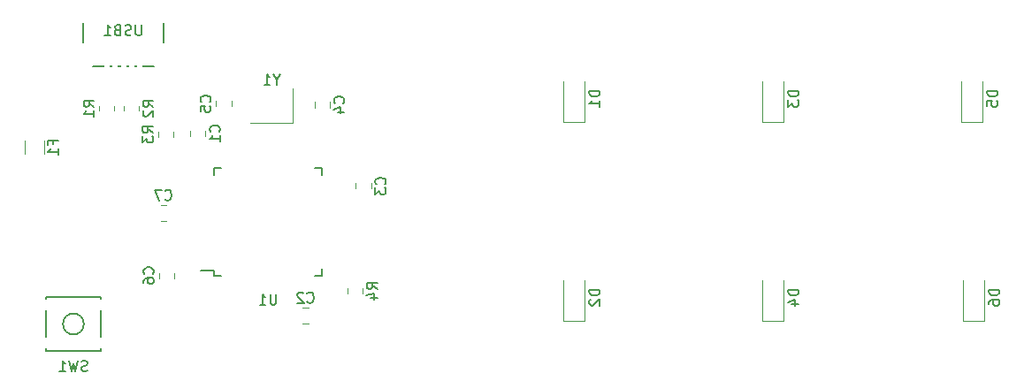
<source format=gbo>
G04 #@! TF.GenerationSoftware,KiCad,Pcbnew,(5.1.9)-1*
G04 #@! TF.CreationDate,2021-02-11T09:23:31-08:00*
G04 #@! TF.ProjectId,TestOne,54657374-4f6e-4652-9e6b-696361645f70,rev?*
G04 #@! TF.SameCoordinates,Original*
G04 #@! TF.FileFunction,Legend,Bot*
G04 #@! TF.FilePolarity,Positive*
%FSLAX46Y46*%
G04 Gerber Fmt 4.6, Leading zero omitted, Abs format (unit mm)*
G04 Created by KiCad (PCBNEW (5.1.9)-1) date 2021-02-11 09:23:31*
%MOMM*%
%LPD*%
G01*
G04 APERTURE LIST*
%ADD10C,0.120000*%
%ADD11C,0.150000*%
%ADD12R,1.400000X1.200000*%
%ADD13O,1.700000X2.700000*%
%ADD14R,0.500000X2.250000*%
%ADD15R,0.550000X1.500000*%
%ADD16R,1.500000X0.550000*%
%ADD17R,1.800000X1.100000*%
%ADD18C,1.750000*%
%ADD19R,1.905000X1.905000*%
%ADD20C,1.905000*%
%ADD21C,2.250000*%
%ADD22C,3.987800*%
%ADD23R,1.200000X0.900000*%
G04 APERTURE END LIST*
D10*
G04 #@! TO.C,Y1*
X168598600Y-39445200D02*
X164598600Y-39445200D01*
X168598600Y-36145200D02*
X168598600Y-39445200D01*
D11*
G04 #@! TO.C,USB1*
X148575400Y-28600400D02*
X148575400Y-34050400D01*
X156275400Y-28600400D02*
X156275400Y-34050400D01*
X148575400Y-34050400D02*
X156275400Y-34050400D01*
G04 #@! TO.C,U1*
X161112450Y-53577550D02*
X159837450Y-53577550D01*
X171462450Y-54152550D02*
X170787450Y-54152550D01*
X171462450Y-43802550D02*
X170787450Y-43802550D01*
X161112450Y-43802550D02*
X161787450Y-43802550D01*
X161112450Y-54152550D02*
X161787450Y-54152550D01*
X161112450Y-43802550D02*
X161112450Y-44477550D01*
X171462450Y-43802550D02*
X171462450Y-44477550D01*
X171462450Y-54152550D02*
X171462450Y-53477550D01*
X161112450Y-54152550D02*
X161112450Y-53577550D01*
G04 #@! TO.C,SW1*
X150237500Y-56137500D02*
X145037500Y-56137500D01*
X145037500Y-56137500D02*
X145037500Y-61337500D01*
X145037500Y-61337500D02*
X150237500Y-61337500D01*
X150237500Y-61337500D02*
X150237500Y-56137500D01*
X148637500Y-58737500D02*
G75*
G03*
X148637500Y-58737500I-1000000J0D01*
G01*
D10*
G04 #@! TO.C,R4*
X173890000Y-55789564D02*
X173890000Y-55335436D01*
X175360000Y-55789564D02*
X175360000Y-55335436D01*
G04 #@! TO.C,R3*
X157199000Y-40362136D02*
X157199000Y-40816264D01*
X155729000Y-40362136D02*
X155729000Y-40816264D01*
G04 #@! TO.C,R2*
X152458750Y-38327064D02*
X152458750Y-37872936D01*
X153928750Y-38327064D02*
X153928750Y-37872936D01*
G04 #@! TO.C,R1*
X151547500Y-37872936D02*
X151547500Y-38327064D01*
X150077500Y-37872936D02*
X150077500Y-38327064D01*
G04 #@! TO.C,F1*
X143006400Y-42410464D02*
X143006400Y-41206336D01*
X144826400Y-42410464D02*
X144826400Y-41206336D01*
G04 #@! TO.C,D6*
X234838750Y-58434800D02*
X234838750Y-54534800D01*
X232838750Y-58434800D02*
X232838750Y-54534800D01*
X234838750Y-58434800D02*
X232838750Y-58434800D01*
G04 #@! TO.C,D5*
X234680000Y-39384800D02*
X234680000Y-35484800D01*
X232680000Y-39384800D02*
X232680000Y-35484800D01*
X234680000Y-39384800D02*
X232680000Y-39384800D01*
G04 #@! TO.C,D4*
X215630000Y-58434800D02*
X215630000Y-54534800D01*
X213630000Y-58434800D02*
X213630000Y-54534800D01*
X215630000Y-58434800D02*
X213630000Y-58434800D01*
G04 #@! TO.C,D3*
X215630000Y-39384800D02*
X215630000Y-35484800D01*
X213630000Y-39384800D02*
X213630000Y-35484800D01*
X215630000Y-39384800D02*
X213630000Y-39384800D01*
G04 #@! TO.C,D2*
X196580000Y-58434800D02*
X196580000Y-54534800D01*
X194580000Y-58434800D02*
X194580000Y-54534800D01*
X196580000Y-58434800D02*
X194580000Y-58434800D01*
G04 #@! TO.C,D1*
X196580000Y-39384800D02*
X196580000Y-35484800D01*
X194580000Y-39384800D02*
X194580000Y-35484800D01*
X196580000Y-39384800D02*
X194580000Y-39384800D01*
G04 #@! TO.C,C7*
X156509352Y-48855300D02*
X155986848Y-48855300D01*
X156509352Y-47385300D02*
X155986848Y-47385300D01*
G04 #@! TO.C,C6*
X157300600Y-53840748D02*
X157300600Y-54363252D01*
X155830600Y-53840748D02*
X155830600Y-54363252D01*
G04 #@! TO.C,C5*
X162761600Y-37381548D02*
X162761600Y-37904052D01*
X161291600Y-37381548D02*
X161291600Y-37904052D01*
G04 #@! TO.C,C4*
X170715000Y-38005652D02*
X170715000Y-37483148D01*
X172185000Y-38005652D02*
X172185000Y-37483148D01*
G04 #@! TO.C,C3*
X174683750Y-45784402D02*
X174683750Y-45261898D01*
X176153750Y-45784402D02*
X176153750Y-45261898D01*
G04 #@! TO.C,C2*
X170123752Y-58678750D02*
X169601248Y-58678750D01*
X170123752Y-57208750D02*
X169601248Y-57208750D01*
G04 #@! TO.C,C1*
X158808750Y-40742502D02*
X158808750Y-40219998D01*
X160278750Y-40742502D02*
X160278750Y-40219998D01*
G04 #@! TO.C,Y1*
D11*
X167074790Y-35321390D02*
X167074790Y-35797580D01*
X167408123Y-34797580D02*
X167074790Y-35321390D01*
X166741457Y-34797580D01*
X165884314Y-35797580D02*
X166455742Y-35797580D01*
X166170028Y-35797580D02*
X166170028Y-34797580D01*
X166265266Y-34940438D01*
X166360504Y-35035676D01*
X166455742Y-35083295D01*
G04 #@! TO.C,USB1*
X154163495Y-30084780D02*
X154163495Y-30894304D01*
X154115876Y-30989542D01*
X154068257Y-31037161D01*
X153973019Y-31084780D01*
X153782542Y-31084780D01*
X153687304Y-31037161D01*
X153639685Y-30989542D01*
X153592066Y-30894304D01*
X153592066Y-30084780D01*
X153163495Y-31037161D02*
X153020638Y-31084780D01*
X152782542Y-31084780D01*
X152687304Y-31037161D01*
X152639685Y-30989542D01*
X152592066Y-30894304D01*
X152592066Y-30799066D01*
X152639685Y-30703828D01*
X152687304Y-30656209D01*
X152782542Y-30608590D01*
X152973019Y-30560971D01*
X153068257Y-30513352D01*
X153115876Y-30465733D01*
X153163495Y-30370495D01*
X153163495Y-30275257D01*
X153115876Y-30180019D01*
X153068257Y-30132400D01*
X152973019Y-30084780D01*
X152734923Y-30084780D01*
X152592066Y-30132400D01*
X151830161Y-30560971D02*
X151687304Y-30608590D01*
X151639685Y-30656209D01*
X151592066Y-30751447D01*
X151592066Y-30894304D01*
X151639685Y-30989542D01*
X151687304Y-31037161D01*
X151782542Y-31084780D01*
X152163495Y-31084780D01*
X152163495Y-30084780D01*
X151830161Y-30084780D01*
X151734923Y-30132400D01*
X151687304Y-30180019D01*
X151639685Y-30275257D01*
X151639685Y-30370495D01*
X151687304Y-30465733D01*
X151734923Y-30513352D01*
X151830161Y-30560971D01*
X152163495Y-30560971D01*
X150639685Y-31084780D02*
X151211114Y-31084780D01*
X150925400Y-31084780D02*
X150925400Y-30084780D01*
X151020638Y-30227638D01*
X151115876Y-30322876D01*
X151211114Y-30370495D01*
G04 #@! TO.C,U1*
X167049354Y-55879930D02*
X167049354Y-56689454D01*
X167001735Y-56784692D01*
X166954116Y-56832311D01*
X166858878Y-56879930D01*
X166668402Y-56879930D01*
X166573164Y-56832311D01*
X166525545Y-56784692D01*
X166477926Y-56689454D01*
X166477926Y-55879930D01*
X165477926Y-56879930D02*
X166049354Y-56879930D01*
X165763640Y-56879930D02*
X165763640Y-55879930D01*
X165858878Y-56022788D01*
X165954116Y-56118026D01*
X166049354Y-56165645D01*
G04 #@! TO.C,SW1*
X148970833Y-63206261D02*
X148827976Y-63253880D01*
X148589880Y-63253880D01*
X148494642Y-63206261D01*
X148447023Y-63158642D01*
X148399404Y-63063404D01*
X148399404Y-62968166D01*
X148447023Y-62872928D01*
X148494642Y-62825309D01*
X148589880Y-62777690D01*
X148780357Y-62730071D01*
X148875595Y-62682452D01*
X148923214Y-62634833D01*
X148970833Y-62539595D01*
X148970833Y-62444357D01*
X148923214Y-62349119D01*
X148875595Y-62301500D01*
X148780357Y-62253880D01*
X148542261Y-62253880D01*
X148399404Y-62301500D01*
X148066071Y-62253880D02*
X147827976Y-63253880D01*
X147637500Y-62539595D01*
X147447023Y-63253880D01*
X147208928Y-62253880D01*
X146304166Y-63253880D02*
X146875595Y-63253880D01*
X146589880Y-63253880D02*
X146589880Y-62253880D01*
X146685119Y-62396738D01*
X146780357Y-62491976D01*
X146875595Y-62539595D01*
G04 #@! TO.C,R4*
X176727380Y-55395833D02*
X176251190Y-55062500D01*
X176727380Y-54824404D02*
X175727380Y-54824404D01*
X175727380Y-55205357D01*
X175775000Y-55300595D01*
X175822619Y-55348214D01*
X175917857Y-55395833D01*
X176060714Y-55395833D01*
X176155952Y-55348214D01*
X176203571Y-55300595D01*
X176251190Y-55205357D01*
X176251190Y-54824404D01*
X176060714Y-56252976D02*
X176727380Y-56252976D01*
X175679761Y-56014880D02*
X176394047Y-55776785D01*
X176394047Y-56395833D01*
G04 #@! TO.C,R3*
X155266380Y-40422533D02*
X154790190Y-40089200D01*
X155266380Y-39851104D02*
X154266380Y-39851104D01*
X154266380Y-40232057D01*
X154314000Y-40327295D01*
X154361619Y-40374914D01*
X154456857Y-40422533D01*
X154599714Y-40422533D01*
X154694952Y-40374914D01*
X154742571Y-40327295D01*
X154790190Y-40232057D01*
X154790190Y-39851104D01*
X154266380Y-40755866D02*
X154266380Y-41374914D01*
X154647333Y-41041580D01*
X154647333Y-41184438D01*
X154694952Y-41279676D01*
X154742571Y-41327295D01*
X154837809Y-41374914D01*
X155075904Y-41374914D01*
X155171142Y-41327295D01*
X155218761Y-41279676D01*
X155266380Y-41184438D01*
X155266380Y-40898723D01*
X155218761Y-40803485D01*
X155171142Y-40755866D01*
G04 #@! TO.C,R2*
X155296130Y-37933333D02*
X154819940Y-37600000D01*
X155296130Y-37361904D02*
X154296130Y-37361904D01*
X154296130Y-37742857D01*
X154343750Y-37838095D01*
X154391369Y-37885714D01*
X154486607Y-37933333D01*
X154629464Y-37933333D01*
X154724702Y-37885714D01*
X154772321Y-37838095D01*
X154819940Y-37742857D01*
X154819940Y-37361904D01*
X154391369Y-38314285D02*
X154343750Y-38361904D01*
X154296130Y-38457142D01*
X154296130Y-38695238D01*
X154343750Y-38790476D01*
X154391369Y-38838095D01*
X154486607Y-38885714D01*
X154581845Y-38885714D01*
X154724702Y-38838095D01*
X155296130Y-38266666D01*
X155296130Y-38885714D01*
G04 #@! TO.C,R1*
X149614880Y-37933333D02*
X149138690Y-37600000D01*
X149614880Y-37361904D02*
X148614880Y-37361904D01*
X148614880Y-37742857D01*
X148662500Y-37838095D01*
X148710119Y-37885714D01*
X148805357Y-37933333D01*
X148948214Y-37933333D01*
X149043452Y-37885714D01*
X149091071Y-37838095D01*
X149138690Y-37742857D01*
X149138690Y-37361904D01*
X149614880Y-38885714D02*
X149614880Y-38314285D01*
X149614880Y-38600000D02*
X148614880Y-38600000D01*
X148757738Y-38504761D01*
X148852976Y-38409523D01*
X148900595Y-38314285D01*
G04 #@! TO.C,F1*
X145664971Y-41475066D02*
X145664971Y-41141733D01*
X146188780Y-41141733D02*
X145188780Y-41141733D01*
X145188780Y-41617923D01*
X146188780Y-42522685D02*
X146188780Y-41951257D01*
X146188780Y-42236971D02*
X145188780Y-42236971D01*
X145331638Y-42141733D01*
X145426876Y-42046495D01*
X145474495Y-41951257D01*
G04 #@! TO.C,D6*
X236291130Y-55446704D02*
X235291130Y-55446704D01*
X235291130Y-55684800D01*
X235338750Y-55827657D01*
X235433988Y-55922895D01*
X235529226Y-55970514D01*
X235719702Y-56018133D01*
X235862559Y-56018133D01*
X236053035Y-55970514D01*
X236148273Y-55922895D01*
X236243511Y-55827657D01*
X236291130Y-55684800D01*
X236291130Y-55446704D01*
X235291130Y-56875276D02*
X235291130Y-56684800D01*
X235338750Y-56589561D01*
X235386369Y-56541942D01*
X235529226Y-56446704D01*
X235719702Y-56399085D01*
X236100654Y-56399085D01*
X236195892Y-56446704D01*
X236243511Y-56494323D01*
X236291130Y-56589561D01*
X236291130Y-56780038D01*
X236243511Y-56875276D01*
X236195892Y-56922895D01*
X236100654Y-56970514D01*
X235862559Y-56970514D01*
X235767321Y-56922895D01*
X235719702Y-56875276D01*
X235672083Y-56780038D01*
X235672083Y-56589561D01*
X235719702Y-56494323D01*
X235767321Y-56446704D01*
X235862559Y-56399085D01*
G04 #@! TO.C,D5*
X236132380Y-36396704D02*
X235132380Y-36396704D01*
X235132380Y-36634800D01*
X235180000Y-36777657D01*
X235275238Y-36872895D01*
X235370476Y-36920514D01*
X235560952Y-36968133D01*
X235703809Y-36968133D01*
X235894285Y-36920514D01*
X235989523Y-36872895D01*
X236084761Y-36777657D01*
X236132380Y-36634800D01*
X236132380Y-36396704D01*
X235132380Y-37872895D02*
X235132380Y-37396704D01*
X235608571Y-37349085D01*
X235560952Y-37396704D01*
X235513333Y-37491942D01*
X235513333Y-37730038D01*
X235560952Y-37825276D01*
X235608571Y-37872895D01*
X235703809Y-37920514D01*
X235941904Y-37920514D01*
X236037142Y-37872895D01*
X236084761Y-37825276D01*
X236132380Y-37730038D01*
X236132380Y-37491942D01*
X236084761Y-37396704D01*
X236037142Y-37349085D01*
G04 #@! TO.C,D4*
X217082380Y-55446704D02*
X216082380Y-55446704D01*
X216082380Y-55684800D01*
X216130000Y-55827657D01*
X216225238Y-55922895D01*
X216320476Y-55970514D01*
X216510952Y-56018133D01*
X216653809Y-56018133D01*
X216844285Y-55970514D01*
X216939523Y-55922895D01*
X217034761Y-55827657D01*
X217082380Y-55684800D01*
X217082380Y-55446704D01*
X216415714Y-56875276D02*
X217082380Y-56875276D01*
X216034761Y-56637180D02*
X216749047Y-56399085D01*
X216749047Y-57018133D01*
G04 #@! TO.C,D3*
X217082380Y-36396704D02*
X216082380Y-36396704D01*
X216082380Y-36634800D01*
X216130000Y-36777657D01*
X216225238Y-36872895D01*
X216320476Y-36920514D01*
X216510952Y-36968133D01*
X216653809Y-36968133D01*
X216844285Y-36920514D01*
X216939523Y-36872895D01*
X217034761Y-36777657D01*
X217082380Y-36634800D01*
X217082380Y-36396704D01*
X216082380Y-37301466D02*
X216082380Y-37920514D01*
X216463333Y-37587180D01*
X216463333Y-37730038D01*
X216510952Y-37825276D01*
X216558571Y-37872895D01*
X216653809Y-37920514D01*
X216891904Y-37920514D01*
X216987142Y-37872895D01*
X217034761Y-37825276D01*
X217082380Y-37730038D01*
X217082380Y-37444323D01*
X217034761Y-37349085D01*
X216987142Y-37301466D01*
G04 #@! TO.C,D2*
X198032380Y-55446704D02*
X197032380Y-55446704D01*
X197032380Y-55684800D01*
X197080000Y-55827657D01*
X197175238Y-55922895D01*
X197270476Y-55970514D01*
X197460952Y-56018133D01*
X197603809Y-56018133D01*
X197794285Y-55970514D01*
X197889523Y-55922895D01*
X197984761Y-55827657D01*
X198032380Y-55684800D01*
X198032380Y-55446704D01*
X197127619Y-56399085D02*
X197080000Y-56446704D01*
X197032380Y-56541942D01*
X197032380Y-56780038D01*
X197080000Y-56875276D01*
X197127619Y-56922895D01*
X197222857Y-56970514D01*
X197318095Y-56970514D01*
X197460952Y-56922895D01*
X198032380Y-56351466D01*
X198032380Y-56970514D01*
G04 #@! TO.C,D1*
X198032380Y-36396704D02*
X197032380Y-36396704D01*
X197032380Y-36634800D01*
X197080000Y-36777657D01*
X197175238Y-36872895D01*
X197270476Y-36920514D01*
X197460952Y-36968133D01*
X197603809Y-36968133D01*
X197794285Y-36920514D01*
X197889523Y-36872895D01*
X197984761Y-36777657D01*
X198032380Y-36634800D01*
X198032380Y-36396704D01*
X198032380Y-37920514D02*
X198032380Y-37349085D01*
X198032380Y-37634800D02*
X197032380Y-37634800D01*
X197175238Y-37539561D01*
X197270476Y-37444323D01*
X197318095Y-37349085D01*
G04 #@! TO.C,C7*
X156414766Y-46797442D02*
X156462385Y-46845061D01*
X156605242Y-46892680D01*
X156700480Y-46892680D01*
X156843338Y-46845061D01*
X156938576Y-46749823D01*
X156986195Y-46654585D01*
X157033814Y-46464109D01*
X157033814Y-46321252D01*
X156986195Y-46130776D01*
X156938576Y-46035538D01*
X156843338Y-45940300D01*
X156700480Y-45892680D01*
X156605242Y-45892680D01*
X156462385Y-45940300D01*
X156414766Y-45987919D01*
X156081433Y-45892680D02*
X155414766Y-45892680D01*
X155843338Y-46892680D01*
G04 #@! TO.C,C6*
X155242742Y-53935333D02*
X155290361Y-53887714D01*
X155337980Y-53744857D01*
X155337980Y-53649619D01*
X155290361Y-53506761D01*
X155195123Y-53411523D01*
X155099885Y-53363904D01*
X154909409Y-53316285D01*
X154766552Y-53316285D01*
X154576076Y-53363904D01*
X154480838Y-53411523D01*
X154385600Y-53506761D01*
X154337980Y-53649619D01*
X154337980Y-53744857D01*
X154385600Y-53887714D01*
X154433219Y-53935333D01*
X154337980Y-54792476D02*
X154337980Y-54602000D01*
X154385600Y-54506761D01*
X154433219Y-54459142D01*
X154576076Y-54363904D01*
X154766552Y-54316285D01*
X155147504Y-54316285D01*
X155242742Y-54363904D01*
X155290361Y-54411523D01*
X155337980Y-54506761D01*
X155337980Y-54697238D01*
X155290361Y-54792476D01*
X155242742Y-54840095D01*
X155147504Y-54887714D01*
X154909409Y-54887714D01*
X154814171Y-54840095D01*
X154766552Y-54792476D01*
X154718933Y-54697238D01*
X154718933Y-54506761D01*
X154766552Y-54411523D01*
X154814171Y-54363904D01*
X154909409Y-54316285D01*
G04 #@! TO.C,C5*
X160703742Y-37476133D02*
X160751361Y-37428514D01*
X160798980Y-37285657D01*
X160798980Y-37190419D01*
X160751361Y-37047561D01*
X160656123Y-36952323D01*
X160560885Y-36904704D01*
X160370409Y-36857085D01*
X160227552Y-36857085D01*
X160037076Y-36904704D01*
X159941838Y-36952323D01*
X159846600Y-37047561D01*
X159798980Y-37190419D01*
X159798980Y-37285657D01*
X159846600Y-37428514D01*
X159894219Y-37476133D01*
X159798980Y-38380895D02*
X159798980Y-37904704D01*
X160275171Y-37857085D01*
X160227552Y-37904704D01*
X160179933Y-37999942D01*
X160179933Y-38238038D01*
X160227552Y-38333276D01*
X160275171Y-38380895D01*
X160370409Y-38428514D01*
X160608504Y-38428514D01*
X160703742Y-38380895D01*
X160751361Y-38333276D01*
X160798980Y-38238038D01*
X160798980Y-37999942D01*
X160751361Y-37904704D01*
X160703742Y-37857085D01*
G04 #@! TO.C,C4*
X173487142Y-37577733D02*
X173534761Y-37530114D01*
X173582380Y-37387257D01*
X173582380Y-37292019D01*
X173534761Y-37149161D01*
X173439523Y-37053923D01*
X173344285Y-37006304D01*
X173153809Y-36958685D01*
X173010952Y-36958685D01*
X172820476Y-37006304D01*
X172725238Y-37053923D01*
X172630000Y-37149161D01*
X172582380Y-37292019D01*
X172582380Y-37387257D01*
X172630000Y-37530114D01*
X172677619Y-37577733D01*
X172915714Y-38434876D02*
X173582380Y-38434876D01*
X172534761Y-38196780D02*
X173249047Y-37958685D01*
X173249047Y-38577733D01*
G04 #@! TO.C,C3*
X177455892Y-45356483D02*
X177503511Y-45308864D01*
X177551130Y-45166007D01*
X177551130Y-45070769D01*
X177503511Y-44927911D01*
X177408273Y-44832673D01*
X177313035Y-44785054D01*
X177122559Y-44737435D01*
X176979702Y-44737435D01*
X176789226Y-44785054D01*
X176693988Y-44832673D01*
X176598750Y-44927911D01*
X176551130Y-45070769D01*
X176551130Y-45166007D01*
X176598750Y-45308864D01*
X176646369Y-45356483D01*
X176551130Y-45689816D02*
X176551130Y-46308864D01*
X176932083Y-45975530D01*
X176932083Y-46118388D01*
X176979702Y-46213626D01*
X177027321Y-46261245D01*
X177122559Y-46308864D01*
X177360654Y-46308864D01*
X177455892Y-46261245D01*
X177503511Y-46213626D01*
X177551130Y-46118388D01*
X177551130Y-45832673D01*
X177503511Y-45737435D01*
X177455892Y-45689816D01*
G04 #@! TO.C,C2*
X170029166Y-56620892D02*
X170076785Y-56668511D01*
X170219642Y-56716130D01*
X170314880Y-56716130D01*
X170457738Y-56668511D01*
X170552976Y-56573273D01*
X170600595Y-56478035D01*
X170648214Y-56287559D01*
X170648214Y-56144702D01*
X170600595Y-55954226D01*
X170552976Y-55858988D01*
X170457738Y-55763750D01*
X170314880Y-55716130D01*
X170219642Y-55716130D01*
X170076785Y-55763750D01*
X170029166Y-55811369D01*
X169648214Y-55811369D02*
X169600595Y-55763750D01*
X169505357Y-55716130D01*
X169267261Y-55716130D01*
X169172023Y-55763750D01*
X169124404Y-55811369D01*
X169076785Y-55906607D01*
X169076785Y-56001845D01*
X169124404Y-56144702D01*
X169695833Y-56716130D01*
X169076785Y-56716130D01*
G04 #@! TO.C,C1*
X161580892Y-40314583D02*
X161628511Y-40266964D01*
X161676130Y-40124107D01*
X161676130Y-40028869D01*
X161628511Y-39886011D01*
X161533273Y-39790773D01*
X161438035Y-39743154D01*
X161247559Y-39695535D01*
X161104702Y-39695535D01*
X160914226Y-39743154D01*
X160818988Y-39790773D01*
X160723750Y-39886011D01*
X160676130Y-40028869D01*
X160676130Y-40124107D01*
X160723750Y-40266964D01*
X160771369Y-40314583D01*
X161676130Y-41266964D02*
X161676130Y-40695535D01*
X161676130Y-40981250D02*
X160676130Y-40981250D01*
X160818988Y-40886011D01*
X160914226Y-40790773D01*
X160961845Y-40695535D01*
G04 #@! TD*
%LPC*%
D12*
G04 #@! TO.C,Y1*
X167698600Y-36945200D03*
X165498600Y-36945200D03*
X165498600Y-38645200D03*
X167698600Y-38645200D03*
G04 #@! TD*
D13*
G04 #@! TO.C,USB1*
X148775400Y-28600400D03*
X156075400Y-28600400D03*
X156075400Y-33100400D03*
X148775400Y-33100400D03*
D14*
X150825400Y-33100400D03*
X151625400Y-33100400D03*
X152425400Y-33100400D03*
X153225400Y-33100400D03*
X154025400Y-33100400D03*
G04 #@! TD*
D15*
G04 #@! TO.C,U1*
X162287450Y-54677550D03*
X163087450Y-54677550D03*
X163887450Y-54677550D03*
X164687450Y-54677550D03*
X165487450Y-54677550D03*
X166287450Y-54677550D03*
X167087450Y-54677550D03*
X167887450Y-54677550D03*
X168687450Y-54677550D03*
X169487450Y-54677550D03*
X170287450Y-54677550D03*
D16*
X171987450Y-52977550D03*
X171987450Y-52177550D03*
X171987450Y-51377550D03*
X171987450Y-50577550D03*
X171987450Y-49777550D03*
X171987450Y-48977550D03*
X171987450Y-48177550D03*
X171987450Y-47377550D03*
X171987450Y-46577550D03*
X171987450Y-45777550D03*
X171987450Y-44977550D03*
D15*
X170287450Y-43277550D03*
X169487450Y-43277550D03*
X168687450Y-43277550D03*
X167887450Y-43277550D03*
X167087450Y-43277550D03*
X166287450Y-43277550D03*
X165487450Y-43277550D03*
X164687450Y-43277550D03*
X163887450Y-43277550D03*
X163087450Y-43277550D03*
X162287450Y-43277550D03*
D16*
X160587450Y-44977550D03*
X160587450Y-45777550D03*
X160587450Y-46577550D03*
X160587450Y-47377550D03*
X160587450Y-48177550D03*
X160587450Y-48977550D03*
X160587450Y-49777550D03*
X160587450Y-50577550D03*
X160587450Y-51377550D03*
X160587450Y-52177550D03*
X160587450Y-52977550D03*
G04 #@! TD*
D17*
G04 #@! TO.C,SW1*
X150737500Y-60587500D03*
X144537500Y-56887500D03*
X150737500Y-56887500D03*
X144537500Y-60587500D03*
G04 #@! TD*
G04 #@! TO.C,R4*
G36*
G01*
X175075001Y-55162500D02*
X174174999Y-55162500D01*
G75*
G02*
X173925000Y-54912501I0J249999D01*
G01*
X173925000Y-54387499D01*
G75*
G02*
X174174999Y-54137500I249999J0D01*
G01*
X175075001Y-54137500D01*
G75*
G02*
X175325000Y-54387499I0J-249999D01*
G01*
X175325000Y-54912501D01*
G75*
G02*
X175075001Y-55162500I-249999J0D01*
G01*
G37*
G36*
G01*
X175075001Y-56987500D02*
X174174999Y-56987500D01*
G75*
G02*
X173925000Y-56737501I0J249999D01*
G01*
X173925000Y-56212499D01*
G75*
G02*
X174174999Y-55962500I249999J0D01*
G01*
X175075001Y-55962500D01*
G75*
G02*
X175325000Y-56212499I0J-249999D01*
G01*
X175325000Y-56737501D01*
G75*
G02*
X175075001Y-56987500I-249999J0D01*
G01*
G37*
G04 #@! TD*
G04 #@! TO.C,R3*
G36*
G01*
X156013999Y-40989200D02*
X156914001Y-40989200D01*
G75*
G02*
X157164000Y-41239199I0J-249999D01*
G01*
X157164000Y-41764201D01*
G75*
G02*
X156914001Y-42014200I-249999J0D01*
G01*
X156013999Y-42014200D01*
G75*
G02*
X155764000Y-41764201I0J249999D01*
G01*
X155764000Y-41239199D01*
G75*
G02*
X156013999Y-40989200I249999J0D01*
G01*
G37*
G36*
G01*
X156013999Y-39164200D02*
X156914001Y-39164200D01*
G75*
G02*
X157164000Y-39414199I0J-249999D01*
G01*
X157164000Y-39939201D01*
G75*
G02*
X156914001Y-40189200I-249999J0D01*
G01*
X156013999Y-40189200D01*
G75*
G02*
X155764000Y-39939201I0J249999D01*
G01*
X155764000Y-39414199D01*
G75*
G02*
X156013999Y-39164200I249999J0D01*
G01*
G37*
G04 #@! TD*
G04 #@! TO.C,R2*
G36*
G01*
X153643751Y-37700000D02*
X152743749Y-37700000D01*
G75*
G02*
X152493750Y-37450001I0J249999D01*
G01*
X152493750Y-36924999D01*
G75*
G02*
X152743749Y-36675000I249999J0D01*
G01*
X153643751Y-36675000D01*
G75*
G02*
X153893750Y-36924999I0J-249999D01*
G01*
X153893750Y-37450001D01*
G75*
G02*
X153643751Y-37700000I-249999J0D01*
G01*
G37*
G36*
G01*
X153643751Y-39525000D02*
X152743749Y-39525000D01*
G75*
G02*
X152493750Y-39275001I0J249999D01*
G01*
X152493750Y-38749999D01*
G75*
G02*
X152743749Y-38500000I249999J0D01*
G01*
X153643751Y-38500000D01*
G75*
G02*
X153893750Y-38749999I0J-249999D01*
G01*
X153893750Y-39275001D01*
G75*
G02*
X153643751Y-39525000I-249999J0D01*
G01*
G37*
G04 #@! TD*
G04 #@! TO.C,R1*
G36*
G01*
X150362499Y-38500000D02*
X151262501Y-38500000D01*
G75*
G02*
X151512500Y-38749999I0J-249999D01*
G01*
X151512500Y-39275001D01*
G75*
G02*
X151262501Y-39525000I-249999J0D01*
G01*
X150362499Y-39525000D01*
G75*
G02*
X150112500Y-39275001I0J249999D01*
G01*
X150112500Y-38749999D01*
G75*
G02*
X150362499Y-38500000I249999J0D01*
G01*
G37*
G36*
G01*
X150362499Y-36675000D02*
X151262501Y-36675000D01*
G75*
G02*
X151512500Y-36924999I0J-249999D01*
G01*
X151512500Y-37450001D01*
G75*
G02*
X151262501Y-37700000I-249999J0D01*
G01*
X150362499Y-37700000D01*
G75*
G02*
X150112500Y-37450001I0J249999D01*
G01*
X150112500Y-36924999D01*
G75*
G02*
X150362499Y-36675000I249999J0D01*
G01*
G37*
G04 #@! TD*
D18*
G04 #@! TO.C,MX6*
X230505000Y-55549800D03*
X220345000Y-55549800D03*
D19*
X226695000Y-60629800D03*
D20*
X224155000Y-60629800D03*
D21*
X222925000Y-51549800D03*
D22*
X225425000Y-55549800D03*
G36*
G01*
X220863688Y-53847150D02*
X220863683Y-53847145D01*
G75*
G02*
X220777655Y-52258483I751317J837345D01*
G01*
X222087657Y-50798483D01*
G75*
G02*
X223676319Y-50712455I837345J-751317D01*
G01*
X223676319Y-50712455D01*
G75*
G02*
X223762347Y-52301117I-751317J-837345D01*
G01*
X222452345Y-53761117D01*
G75*
G02*
X220863683Y-53847145I-837345J751317D01*
G01*
G37*
D21*
X227965000Y-50469800D03*
G36*
G01*
X227848483Y-52172195D02*
X227847597Y-52172134D01*
G75*
G02*
X226802666Y-50972397I77403J1122334D01*
G01*
X226842666Y-50392397D01*
G75*
G02*
X228042403Y-49347466I1122334J-77403D01*
G01*
X228042403Y-49347466D01*
G75*
G02*
X229087334Y-50547203I-77403J-1122334D01*
G01*
X229047334Y-51127203D01*
G75*
G02*
X227847597Y-52172134I-1122334J77403D01*
G01*
G37*
G04 #@! TD*
D18*
G04 #@! TO.C,MX5*
X230505000Y-36499800D03*
X220345000Y-36499800D03*
D19*
X226695000Y-41579800D03*
D20*
X224155000Y-41579800D03*
D21*
X222925000Y-32499800D03*
D22*
X225425000Y-36499800D03*
G36*
G01*
X220863688Y-34797150D02*
X220863683Y-34797145D01*
G75*
G02*
X220777655Y-33208483I751317J837345D01*
G01*
X222087657Y-31748483D01*
G75*
G02*
X223676319Y-31662455I837345J-751317D01*
G01*
X223676319Y-31662455D01*
G75*
G02*
X223762347Y-33251117I-751317J-837345D01*
G01*
X222452345Y-34711117D01*
G75*
G02*
X220863683Y-34797145I-837345J751317D01*
G01*
G37*
D21*
X227965000Y-31419800D03*
G36*
G01*
X227848483Y-33122195D02*
X227847597Y-33122134D01*
G75*
G02*
X226802666Y-31922397I77403J1122334D01*
G01*
X226842666Y-31342397D01*
G75*
G02*
X228042403Y-30297466I1122334J-77403D01*
G01*
X228042403Y-30297466D01*
G75*
G02*
X229087334Y-31497203I-77403J-1122334D01*
G01*
X229047334Y-32077203D01*
G75*
G02*
X227847597Y-33122134I-1122334J77403D01*
G01*
G37*
G04 #@! TD*
D18*
G04 #@! TO.C,MX4*
X211455000Y-55549800D03*
X201295000Y-55549800D03*
D19*
X207645000Y-60629800D03*
D20*
X205105000Y-60629800D03*
D21*
X203875000Y-51549800D03*
D22*
X206375000Y-55549800D03*
G36*
G01*
X201813688Y-53847150D02*
X201813683Y-53847145D01*
G75*
G02*
X201727655Y-52258483I751317J837345D01*
G01*
X203037657Y-50798483D01*
G75*
G02*
X204626319Y-50712455I837345J-751317D01*
G01*
X204626319Y-50712455D01*
G75*
G02*
X204712347Y-52301117I-751317J-837345D01*
G01*
X203402345Y-53761117D01*
G75*
G02*
X201813683Y-53847145I-837345J751317D01*
G01*
G37*
D21*
X208915000Y-50469800D03*
G36*
G01*
X208798483Y-52172195D02*
X208797597Y-52172134D01*
G75*
G02*
X207752666Y-50972397I77403J1122334D01*
G01*
X207792666Y-50392397D01*
G75*
G02*
X208992403Y-49347466I1122334J-77403D01*
G01*
X208992403Y-49347466D01*
G75*
G02*
X210037334Y-50547203I-77403J-1122334D01*
G01*
X209997334Y-51127203D01*
G75*
G02*
X208797597Y-52172134I-1122334J77403D01*
G01*
G37*
G04 #@! TD*
D18*
G04 #@! TO.C,MX3*
X211455000Y-36499800D03*
X201295000Y-36499800D03*
D19*
X207645000Y-41579800D03*
D20*
X205105000Y-41579800D03*
D21*
X203875000Y-32499800D03*
D22*
X206375000Y-36499800D03*
G36*
G01*
X201813688Y-34797150D02*
X201813683Y-34797145D01*
G75*
G02*
X201727655Y-33208483I751317J837345D01*
G01*
X203037657Y-31748483D01*
G75*
G02*
X204626319Y-31662455I837345J-751317D01*
G01*
X204626319Y-31662455D01*
G75*
G02*
X204712347Y-33251117I-751317J-837345D01*
G01*
X203402345Y-34711117D01*
G75*
G02*
X201813683Y-34797145I-837345J751317D01*
G01*
G37*
D21*
X208915000Y-31419800D03*
G36*
G01*
X208798483Y-33122195D02*
X208797597Y-33122134D01*
G75*
G02*
X207752666Y-31922397I77403J1122334D01*
G01*
X207792666Y-31342397D01*
G75*
G02*
X208992403Y-30297466I1122334J-77403D01*
G01*
X208992403Y-30297466D01*
G75*
G02*
X210037334Y-31497203I-77403J-1122334D01*
G01*
X209997334Y-32077203D01*
G75*
G02*
X208797597Y-33122134I-1122334J77403D01*
G01*
G37*
G04 #@! TD*
D18*
G04 #@! TO.C,MX2*
X192405000Y-55549800D03*
X182245000Y-55549800D03*
D19*
X188595000Y-60629800D03*
D20*
X186055000Y-60629800D03*
D21*
X184825000Y-51549800D03*
D22*
X187325000Y-55549800D03*
G36*
G01*
X182763688Y-53847150D02*
X182763683Y-53847145D01*
G75*
G02*
X182677655Y-52258483I751317J837345D01*
G01*
X183987657Y-50798483D01*
G75*
G02*
X185576319Y-50712455I837345J-751317D01*
G01*
X185576319Y-50712455D01*
G75*
G02*
X185662347Y-52301117I-751317J-837345D01*
G01*
X184352345Y-53761117D01*
G75*
G02*
X182763683Y-53847145I-837345J751317D01*
G01*
G37*
D21*
X189865000Y-50469800D03*
G36*
G01*
X189748483Y-52172195D02*
X189747597Y-52172134D01*
G75*
G02*
X188702666Y-50972397I77403J1122334D01*
G01*
X188742666Y-50392397D01*
G75*
G02*
X189942403Y-49347466I1122334J-77403D01*
G01*
X189942403Y-49347466D01*
G75*
G02*
X190987334Y-50547203I-77403J-1122334D01*
G01*
X190947334Y-51127203D01*
G75*
G02*
X189747597Y-52172134I-1122334J77403D01*
G01*
G37*
G04 #@! TD*
D18*
G04 #@! TO.C,MX1*
X192405000Y-36499800D03*
X182245000Y-36499800D03*
D19*
X188595000Y-41579800D03*
D20*
X186055000Y-41579800D03*
D21*
X184825000Y-32499800D03*
D22*
X187325000Y-36499800D03*
G36*
G01*
X182763688Y-34797150D02*
X182763683Y-34797145D01*
G75*
G02*
X182677655Y-33208483I751317J837345D01*
G01*
X183987657Y-31748483D01*
G75*
G02*
X185576319Y-31662455I837345J-751317D01*
G01*
X185576319Y-31662455D01*
G75*
G02*
X185662347Y-33251117I-751317J-837345D01*
G01*
X184352345Y-34711117D01*
G75*
G02*
X182763683Y-34797145I-837345J751317D01*
G01*
G37*
D21*
X189865000Y-31419800D03*
G36*
G01*
X189748483Y-33122195D02*
X189747597Y-33122134D01*
G75*
G02*
X188702666Y-31922397I77403J1122334D01*
G01*
X188742666Y-31342397D01*
G75*
G02*
X189942403Y-30297466I1122334J-77403D01*
G01*
X189942403Y-30297466D01*
G75*
G02*
X190987334Y-31497203I-77403J-1122334D01*
G01*
X190947334Y-32077203D01*
G75*
G02*
X189747597Y-33122134I-1122334J77403D01*
G01*
G37*
G04 #@! TD*
G04 #@! TO.C,F1*
G36*
G01*
X144541400Y-41033400D02*
X143291400Y-41033400D01*
G75*
G02*
X143041400Y-40783400I0J250000D01*
G01*
X143041400Y-40033400D01*
G75*
G02*
X143291400Y-39783400I250000J0D01*
G01*
X144541400Y-39783400D01*
G75*
G02*
X144791400Y-40033400I0J-250000D01*
G01*
X144791400Y-40783400D01*
G75*
G02*
X144541400Y-41033400I-250000J0D01*
G01*
G37*
G36*
G01*
X144541400Y-43833400D02*
X143291400Y-43833400D01*
G75*
G02*
X143041400Y-43583400I0J250000D01*
G01*
X143041400Y-42833400D01*
G75*
G02*
X143291400Y-42583400I250000J0D01*
G01*
X144541400Y-42583400D01*
G75*
G02*
X144791400Y-42833400I0J-250000D01*
G01*
X144791400Y-43583400D01*
G75*
G02*
X144541400Y-43833400I-250000J0D01*
G01*
G37*
G04 #@! TD*
D23*
G04 #@! TO.C,D6*
X233838750Y-54534800D03*
X233838750Y-57834800D03*
G04 #@! TD*
G04 #@! TO.C,D5*
X233680000Y-35484800D03*
X233680000Y-38784800D03*
G04 #@! TD*
G04 #@! TO.C,D4*
X214630000Y-54534800D03*
X214630000Y-57834800D03*
G04 #@! TD*
G04 #@! TO.C,D3*
X214630000Y-35484800D03*
X214630000Y-38784800D03*
G04 #@! TD*
G04 #@! TO.C,D2*
X195580000Y-54534800D03*
X195580000Y-57834800D03*
G04 #@! TD*
G04 #@! TO.C,D1*
X195580000Y-35484800D03*
X195580000Y-38784800D03*
G04 #@! TD*
G04 #@! TO.C,C7*
G36*
G01*
X155798100Y-47645300D02*
X155798100Y-48595300D01*
G75*
G02*
X155548100Y-48845300I-250000J0D01*
G01*
X155048100Y-48845300D01*
G75*
G02*
X154798100Y-48595300I0J250000D01*
G01*
X154798100Y-47645300D01*
G75*
G02*
X155048100Y-47395300I250000J0D01*
G01*
X155548100Y-47395300D01*
G75*
G02*
X155798100Y-47645300I0J-250000D01*
G01*
G37*
G36*
G01*
X157698100Y-47645300D02*
X157698100Y-48595300D01*
G75*
G02*
X157448100Y-48845300I-250000J0D01*
G01*
X156948100Y-48845300D01*
G75*
G02*
X156698100Y-48595300I0J250000D01*
G01*
X156698100Y-47645300D01*
G75*
G02*
X156948100Y-47395300I250000J0D01*
G01*
X157448100Y-47395300D01*
G75*
G02*
X157698100Y-47645300I0J-250000D01*
G01*
G37*
G04 #@! TD*
G04 #@! TO.C,C6*
G36*
G01*
X156090600Y-54552000D02*
X157040600Y-54552000D01*
G75*
G02*
X157290600Y-54802000I0J-250000D01*
G01*
X157290600Y-55302000D01*
G75*
G02*
X157040600Y-55552000I-250000J0D01*
G01*
X156090600Y-55552000D01*
G75*
G02*
X155840600Y-55302000I0J250000D01*
G01*
X155840600Y-54802000D01*
G75*
G02*
X156090600Y-54552000I250000J0D01*
G01*
G37*
G36*
G01*
X156090600Y-52652000D02*
X157040600Y-52652000D01*
G75*
G02*
X157290600Y-52902000I0J-250000D01*
G01*
X157290600Y-53402000D01*
G75*
G02*
X157040600Y-53652000I-250000J0D01*
G01*
X156090600Y-53652000D01*
G75*
G02*
X155840600Y-53402000I0J250000D01*
G01*
X155840600Y-52902000D01*
G75*
G02*
X156090600Y-52652000I250000J0D01*
G01*
G37*
G04 #@! TD*
G04 #@! TO.C,C5*
G36*
G01*
X161551600Y-38092800D02*
X162501600Y-38092800D01*
G75*
G02*
X162751600Y-38342800I0J-250000D01*
G01*
X162751600Y-38842800D01*
G75*
G02*
X162501600Y-39092800I-250000J0D01*
G01*
X161551600Y-39092800D01*
G75*
G02*
X161301600Y-38842800I0J250000D01*
G01*
X161301600Y-38342800D01*
G75*
G02*
X161551600Y-38092800I250000J0D01*
G01*
G37*
G36*
G01*
X161551600Y-36192800D02*
X162501600Y-36192800D01*
G75*
G02*
X162751600Y-36442800I0J-250000D01*
G01*
X162751600Y-36942800D01*
G75*
G02*
X162501600Y-37192800I-250000J0D01*
G01*
X161551600Y-37192800D01*
G75*
G02*
X161301600Y-36942800I0J250000D01*
G01*
X161301600Y-36442800D01*
G75*
G02*
X161551600Y-36192800I250000J0D01*
G01*
G37*
G04 #@! TD*
G04 #@! TO.C,C4*
G36*
G01*
X171925000Y-37294400D02*
X170975000Y-37294400D01*
G75*
G02*
X170725000Y-37044400I0J250000D01*
G01*
X170725000Y-36544400D01*
G75*
G02*
X170975000Y-36294400I250000J0D01*
G01*
X171925000Y-36294400D01*
G75*
G02*
X172175000Y-36544400I0J-250000D01*
G01*
X172175000Y-37044400D01*
G75*
G02*
X171925000Y-37294400I-250000J0D01*
G01*
G37*
G36*
G01*
X171925000Y-39194400D02*
X170975000Y-39194400D01*
G75*
G02*
X170725000Y-38944400I0J250000D01*
G01*
X170725000Y-38444400D01*
G75*
G02*
X170975000Y-38194400I250000J0D01*
G01*
X171925000Y-38194400D01*
G75*
G02*
X172175000Y-38444400I0J-250000D01*
G01*
X172175000Y-38944400D01*
G75*
G02*
X171925000Y-39194400I-250000J0D01*
G01*
G37*
G04 #@! TD*
G04 #@! TO.C,C3*
G36*
G01*
X175893750Y-45073150D02*
X174943750Y-45073150D01*
G75*
G02*
X174693750Y-44823150I0J250000D01*
G01*
X174693750Y-44323150D01*
G75*
G02*
X174943750Y-44073150I250000J0D01*
G01*
X175893750Y-44073150D01*
G75*
G02*
X176143750Y-44323150I0J-250000D01*
G01*
X176143750Y-44823150D01*
G75*
G02*
X175893750Y-45073150I-250000J0D01*
G01*
G37*
G36*
G01*
X175893750Y-46973150D02*
X174943750Y-46973150D01*
G75*
G02*
X174693750Y-46723150I0J250000D01*
G01*
X174693750Y-46223150D01*
G75*
G02*
X174943750Y-45973150I250000J0D01*
G01*
X175893750Y-45973150D01*
G75*
G02*
X176143750Y-46223150I0J-250000D01*
G01*
X176143750Y-46723150D01*
G75*
G02*
X175893750Y-46973150I-250000J0D01*
G01*
G37*
G04 #@! TD*
G04 #@! TO.C,C2*
G36*
G01*
X169412500Y-57468750D02*
X169412500Y-58418750D01*
G75*
G02*
X169162500Y-58668750I-250000J0D01*
G01*
X168662500Y-58668750D01*
G75*
G02*
X168412500Y-58418750I0J250000D01*
G01*
X168412500Y-57468750D01*
G75*
G02*
X168662500Y-57218750I250000J0D01*
G01*
X169162500Y-57218750D01*
G75*
G02*
X169412500Y-57468750I0J-250000D01*
G01*
G37*
G36*
G01*
X171312500Y-57468750D02*
X171312500Y-58418750D01*
G75*
G02*
X171062500Y-58668750I-250000J0D01*
G01*
X170562500Y-58668750D01*
G75*
G02*
X170312500Y-58418750I0J250000D01*
G01*
X170312500Y-57468750D01*
G75*
G02*
X170562500Y-57218750I250000J0D01*
G01*
X171062500Y-57218750D01*
G75*
G02*
X171312500Y-57468750I0J-250000D01*
G01*
G37*
G04 #@! TD*
G04 #@! TO.C,C1*
G36*
G01*
X160018750Y-40031250D02*
X159068750Y-40031250D01*
G75*
G02*
X158818750Y-39781250I0J250000D01*
G01*
X158818750Y-39281250D01*
G75*
G02*
X159068750Y-39031250I250000J0D01*
G01*
X160018750Y-39031250D01*
G75*
G02*
X160268750Y-39281250I0J-250000D01*
G01*
X160268750Y-39781250D01*
G75*
G02*
X160018750Y-40031250I-250000J0D01*
G01*
G37*
G36*
G01*
X160018750Y-41931250D02*
X159068750Y-41931250D01*
G75*
G02*
X158818750Y-41681250I0J250000D01*
G01*
X158818750Y-41181250D01*
G75*
G02*
X159068750Y-40931250I250000J0D01*
G01*
X160018750Y-40931250D01*
G75*
G02*
X160268750Y-41181250I0J-250000D01*
G01*
X160268750Y-41681250D01*
G75*
G02*
X160018750Y-41931250I-250000J0D01*
G01*
G37*
G04 #@! TD*
M02*

</source>
